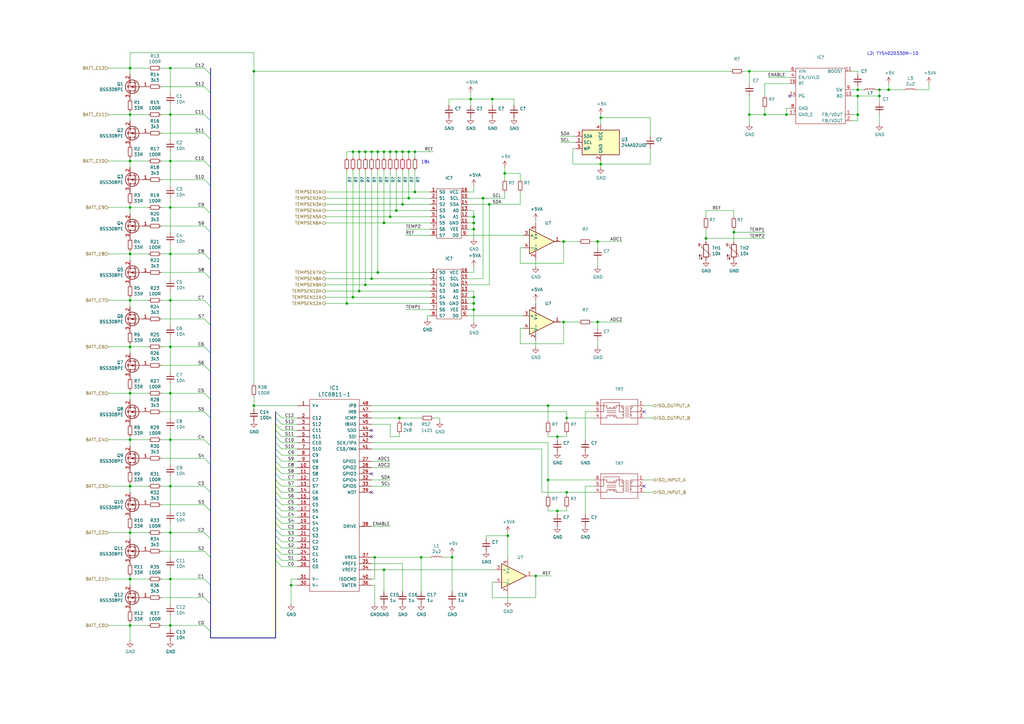
<source format=kicad_sch>
(kicad_sch (version 20211123) (generator eeschema)
  (paper "A3")
  (title_block (title "BMS Slave SPR21e") (date "2020-10-01") (rev "D") (company "Scuderia Mensa HS RheinMain racing e.V."))
  (junction (at 228.6 209.55))
  (junction (at 194.31 124.46))
  (junction (at 194.31 93.98))
  (junction (at 157.48 91.44))
  (junction (at 351.79 39.37))
  (junction (at 53.34 123.19))
  (junction (at 351.79 46.99))
  (junction (at 157.48 233.68))
  (junction (at 167.64 62.23))
  (junction (at 154.94 62.23))
  (junction (at 360.68 36.83))
  (junction (at 157.48 62.23))
  (junction (at 144.78 121.92))
  (junction (at 153.67 228.6))
  (junction (at 104.14 166.37))
  (junction (at 53.34 66.04))
  (junction (at 208.28 219.71))
  (junction (at 53.34 161.29))
  (junction (at 360.68 39.37))
  (junction (at 198.12 81.28))
  (junction (at 163.83 171.45))
  (junction (at 289.56 97.79))
  (junction (at 69.85 27.94))
  (junction (at 231.14 132.08))
  (junction (at 69.85 123.19))
  (junction (at 69.85 256.54))
  (junction (at 193.04 40.64))
  (junction (at 160.02 62.23))
  (junction (at 172.72 228.6))
  (junction (at 201.93 40.64))
  (junction (at 194.31 121.92))
  (junction (at 232.41 171.45))
  (junction (at 152.4 114.3))
  (junction (at 119.38 240.03))
  (junction (at 219.71 236.22))
  (junction (at 165.1 62.23))
  (junction (at 167.64 81.28))
  (junction (at 165.1 83.82))
  (junction (at 53.34 46.99))
  (junction (at 149.86 62.23))
  (junction (at 53.34 85.09))
  (junction (at 245.11 132.08))
  (junction (at 149.86 116.84))
  (junction (at 160.02 88.9))
  (junction (at 154.94 111.76))
  (junction (at 53.34 142.24))
  (junction (at 364.49 36.83))
  (junction (at 162.56 62.23))
  (junction (at 69.85 66.04))
  (junction (at 207.01 71.12))
  (junction (at 53.34 218.44))
  (junction (at 69.85 104.14))
  (junction (at 194.31 127))
  (junction (at 232.41 201.93))
  (junction (at 142.24 124.46))
  (junction (at 69.85 199.39))
  (junction (at 69.85 142.24))
  (junction (at 53.34 199.39))
  (junction (at 69.85 161.29))
  (junction (at 104.14 29.21))
  (junction (at 53.34 237.49))
  (junction (at 231.14 99.06))
  (junction (at 152.4 62.23))
  (junction (at 53.34 180.34))
  (junction (at 228.6 179.07))
  (junction (at 53.34 27.94))
  (junction (at 307.34 46.99))
  (junction (at 53.34 256.54))
  (junction (at 147.32 62.23))
  (junction (at 144.78 62.23))
  (junction (at 69.85 46.99))
  (junction (at 322.58 46.99))
  (junction (at 245.11 99.06))
  (junction (at 170.18 78.74))
  (junction (at 307.34 29.21))
  (junction (at 246.38 67.31))
  (junction (at 194.31 91.44))
  (junction (at 69.85 85.09))
  (junction (at 53.34 104.14))
  (junction (at 300.99 95.25))
  (junction (at 69.85 218.44))
  (junction (at 162.56 86.36))
  (junction (at 313.69 46.99))
  (junction (at 69.85 180.34))
  (junction (at 194.31 88.9))
  (junction (at 170.18 62.23))
  (junction (at 147.32 119.38))
  (junction (at 224.79 196.85))
  (junction (at 69.85 237.49))
  (junction (at 224.79 166.37))
  (junction (at 246.38 48.26))
  (junction (at 351.79 36.83))
  (junction (at 200.66 83.82))
  (junction (at 185.42 228.6))
  (no_connect (at 152.4 194.31))
  (no_connect (at 264.16 168.91))
  (no_connect (at 323.85 39.37))
  (no_connect (at 264.16 199.39))
  (no_connect (at 152.4 179.07))
  (no_connect (at 152.4 176.53))
  (no_connect (at 152.4 201.93))
  (bus_entry (at 83.82 54.61) (size 2.54 2.54))
  (bus_entry (at 113.03 171.45) (size 2.54 2.54))
  (bus_entry (at 113.03 184.15) (size 2.54 2.54))
  (bus_entry (at 83.82 123.19) (size 2.54 2.54))
  (bus_entry (at 113.03 181.61) (size 2.54 2.54))
  (bus_entry (at 113.03 217.17) (size 2.54 2.54))
  (bus_entry (at 113.03 201.93) (size 2.54 2.54))
  (bus_entry (at 83.82 161.29) (size 2.54 2.54))
  (bus_entry (at 83.82 180.34) (size 2.54 2.54))
  (bus_entry (at 83.82 85.09) (size 2.54 2.54))
  (bus_entry (at 113.03 179.07) (size 2.54 2.54))
  (bus_entry (at 83.82 199.39) (size 2.54 2.54))
  (bus_entry (at 83.82 73.66) (size 2.54 2.54))
  (bus_entry (at 83.82 218.44) (size 2.54 2.54))
  (bus_entry (at 83.82 35.56) (size 2.54 2.54))
  (bus_entry (at 83.82 149.86) (size 2.54 2.54))
  (bus_entry (at 113.03 199.39) (size 2.54 2.54))
  (bus_entry (at 113.03 191.77) (size 2.54 2.54))
  (bus_entry (at 83.82 104.14) (size 2.54 2.54))
  (bus_entry (at 83.82 92.71) (size 2.54 2.54))
  (bus_entry (at 113.03 196.85) (size 2.54 2.54))
  (bus_entry (at 113.03 207.01) (size 2.54 2.54))
  (bus_entry (at 83.82 111.76) (size 2.54 2.54))
  (bus_entry (at 83.82 46.99) (size 2.54 2.54))
  (bus_entry (at 83.82 226.06) (size 2.54 2.54))
  (bus_entry (at 113.03 173.99) (size 2.54 2.54))
  (bus_entry (at 113.03 189.23) (size 2.54 2.54))
  (bus_entry (at 113.03 222.25) (size 2.54 2.54))
  (bus_entry (at 113.03 168.91) (size 2.54 2.54))
  (bus_entry (at 113.03 204.47) (size 2.54 2.54))
  (bus_entry (at 113.03 209.55) (size 2.54 2.54))
  (bus_entry (at 113.03 186.69) (size 2.54 2.54))
  (bus_entry (at 83.82 245.11) (size 2.54 2.54))
  (bus_entry (at 113.03 229.87) (size 2.54 2.54))
  (bus_entry (at 83.82 66.04) (size 2.54 2.54))
  (bus_entry (at 113.03 227.33) (size 2.54 2.54))
  (bus_entry (at 83.82 168.91) (size 2.54 2.54))
  (bus_entry (at 113.03 214.63) (size 2.54 2.54))
  (bus_entry (at 83.82 130.81) (size 2.54 2.54))
  (bus_entry (at 113.03 212.09) (size 2.54 2.54))
  (bus_entry (at 83.82 27.94) (size 2.54 2.54))
  (bus_entry (at 83.82 237.49) (size 2.54 2.54))
  (bus_entry (at 113.03 194.31) (size 2.54 2.54))
  (bus_entry (at 83.82 256.54) (size 2.54 2.54))
  (bus_entry (at 83.82 187.96) (size 2.54 2.54))
  (bus_entry (at 113.03 176.53) (size 2.54 2.54))
  (bus_entry (at 83.82 207.01) (size 2.54 2.54))
  (bus_entry (at 83.82 142.24) (size 2.54 2.54))
  (bus_entry (at 113.03 219.71) (size 2.54 2.54))
  (bus_entry (at 113.03 224.79) (size 2.54 2.54))
  (wire (pts (xy 115.57 224.79) (xy 121.92 224.79)))
  (wire (pts (xy 184.15 40.64) (xy 193.04 40.64)))
  (bus (pts (xy 86.36 76.2) (xy 86.36 87.63)))
  (wire (pts (xy 255.27 99.06) (xy 245.11 99.06)))
  (wire (pts (xy 66.04 142.24) (xy 69.85 142.24)))
  (wire (pts (xy 194.31 109.22) (xy 194.31 111.76)))
  (wire (pts (xy 214.63 134.62) (xy 213.36 134.62)))
  (bus (pts (xy 113.03 227.33) (xy 113.03 229.87)))
  (wire (pts (xy 349.25 29.21) (xy 351.79 29.21)))
  (wire (pts (xy 133.35 116.84) (xy 149.86 116.84)))
  (wire (pts (xy 119.38 237.49) (xy 119.38 240.03)))
  (wire (pts (xy 232.41 209.55) (xy 232.41 208.28)))
  (wire (pts (xy 69.85 199.39) (xy 69.85 195.58)))
  (wire (pts (xy 69.85 171.45) (xy 69.85 161.29)))
  (wire (pts (xy 69.85 104.14) (xy 83.82 104.14)))
  (wire (pts (xy 53.34 256.54) (xy 53.34 262.89)))
  (wire (pts (xy 69.85 66.04) (xy 69.85 62.23)))
  (wire (pts (xy 170.18 78.74) (xy 133.35 78.74)))
  (wire (pts (xy 152.4 191.77) (xy 160.02 191.77)))
  (wire (pts (xy 163.83 171.45) (xy 163.83 172.72)))
  (bus (pts (xy 86.36 106.68) (xy 86.36 114.3)))
  (wire (pts (xy 232.41 203.2) (xy 232.41 201.93)))
  (wire (pts (xy 53.34 104.14) (xy 53.34 102.87)))
  (wire (pts (xy 213.36 107.95) (xy 231.14 107.95)))
  (wire (pts (xy 115.57 173.99) (xy 121.92 173.99)))
  (wire (pts (xy 53.34 218.44) (xy 44.45 218.44)))
  (wire (pts (xy 115.57 209.55) (xy 121.92 209.55)))
  (wire (pts (xy 66.04 111.76) (xy 83.82 111.76)))
  (wire (pts (xy 289.56 86.36) (xy 300.99 86.36)))
  (wire (pts (xy 66.04 104.14) (xy 69.85 104.14)))
  (wire (pts (xy 147.32 69.85) (xy 147.32 119.38)))
  (wire (pts (xy 213.36 73.66) (xy 213.36 71.12)))
  (wire (pts (xy 194.31 127) (xy 194.31 124.46)))
  (wire (pts (xy 191.77 96.52) (xy 214.63 96.52)))
  (wire (pts (xy 154.94 62.23) (xy 157.48 62.23)))
  (wire (pts (xy 176.53 119.38) (xy 147.32 119.38)))
  (wire (pts (xy 133.35 86.36) (xy 162.56 86.36)))
  (wire (pts (xy 224.79 166.37) (xy 243.84 166.37)))
  (wire (pts (xy 53.34 142.24) (xy 44.45 142.24)))
  (wire (pts (xy 53.34 218.44) (xy 53.34 217.17)))
  (wire (pts (xy 152.4 215.9) (xy 160.02 215.9)))
  (wire (pts (xy 153.67 228.6) (xy 152.4 228.6)))
  (wire (pts (xy 152.4 62.23) (xy 152.4 64.77)))
  (bus (pts (xy 86.36 133.35) (xy 86.36 144.78)))
  (wire (pts (xy 69.85 180.34) (xy 83.82 180.34)))
  (wire (pts (xy 53.34 46.99) (xy 53.34 49.53)))
  (wire (pts (xy 207.01 68.58) (xy 207.01 71.12)))
  (wire (pts (xy 69.85 114.3) (xy 69.85 104.14)))
  (wire (pts (xy 119.38 240.03) (xy 119.38 247.65)))
  (wire (pts (xy 208.28 219.71) (xy 208.28 228.6)))
  (wire (pts (xy 231.14 99.06) (xy 229.87 99.06)))
  (wire (pts (xy 121.92 240.03) (xy 119.38 240.03)))
  (wire (pts (xy 289.56 88.9) (xy 289.56 86.36)))
  (wire (pts (xy 213.36 71.12) (xy 207.01 71.12)))
  (wire (pts (xy 152.4 181.61) (xy 224.79 181.61)))
  (wire (pts (xy 207.01 78.74) (xy 207.01 81.28)))
  (wire (pts (xy 177.8 62.23) (xy 170.18 62.23)))
  (wire (pts (xy 360.68 39.37) (xy 351.79 39.37)))
  (wire (pts (xy 194.31 93.98) (xy 194.31 91.44)))
  (wire (pts (xy 69.85 190.5) (xy 69.85 180.34)))
  (wire (pts (xy 307.34 39.37) (xy 307.34 46.99)))
  (wire (pts (xy 351.79 49.53) (xy 351.79 46.99)))
  (wire (pts (xy 191.77 127) (xy 194.31 127)))
  (wire (pts (xy 191.77 81.28) (xy 198.12 81.28)))
  (bus (pts (xy 86.36 68.58) (xy 86.36 76.2)))
  (wire (pts (xy 228.6 210.82) (xy 228.6 209.55)))
  (wire (pts (xy 149.86 116.84) (xy 176.53 116.84)))
  (wire (pts (xy 153.67 237.49) (xy 153.67 228.6)))
  (wire (pts (xy 213.36 140.97) (xy 231.14 140.97)))
  (wire (pts (xy 349.25 36.83) (xy 351.79 36.83)))
  (wire (pts (xy 176.53 124.46) (xy 142.24 124.46)))
  (wire (pts (xy 60.96 199.39) (xy 53.34 199.39)))
  (wire (pts (xy 228.6 180.34) (xy 228.6 179.07)))
  (wire (pts (xy 144.78 62.23) (xy 147.32 62.23)))
  (wire (pts (xy 152.4 114.3) (xy 133.35 114.3)))
  (wire (pts (xy 53.34 237.49) (xy 53.34 236.22)))
  (wire (pts (xy 69.85 256.54) (xy 69.85 252.73)))
  (wire (pts (xy 198.12 81.28) (xy 207.01 81.28)))
  (wire (pts (xy 115.57 199.39) (xy 121.92 199.39)))
  (wire (pts (xy 53.34 256.54) (xy 53.34 255.27)))
  (bus (pts (xy 113.03 204.47) (xy 113.03 207.01)))
  (wire (pts (xy 66.04 92.71) (xy 83.82 92.71)))
  (wire (pts (xy 300.99 93.98) (xy 300.99 95.25)))
  (wire (pts (xy 323.85 44.45) (xy 322.58 44.45)))
  (wire (pts (xy 157.48 233.68) (xy 157.48 242.57)))
  (wire (pts (xy 60.96 237.49) (xy 53.34 237.49)))
  (wire (pts (xy 193.04 43.18) (xy 193.04 40.64)))
  (wire (pts (xy 152.4 237.49) (xy 153.67 237.49)))
  (wire (pts (xy 53.34 123.19) (xy 53.34 125.73)))
  (wire (pts (xy 69.85 228.6) (xy 69.85 218.44)))
  (wire (pts (xy 53.34 142.24) (xy 53.34 144.78)))
  (wire (pts (xy 176.53 114.3) (xy 152.4 114.3)))
  (wire (pts (xy 165.1 231.14) (xy 165.1 242.57)))
  (wire (pts (xy 69.85 152.4) (xy 69.85 142.24)))
  (wire (pts (xy 154.94 64.77) (xy 154.94 62.23)))
  (wire (pts (xy 152.4 166.37) (xy 224.79 166.37)))
  (wire (pts (xy 219.71 90.17) (xy 219.71 91.44)))
  (wire (pts (xy 185.42 228.6) (xy 185.42 242.57)))
  (bus (pts (xy 113.03 219.71) (xy 113.03 222.25)))
  (wire (pts (xy 60.96 104.14) (xy 53.34 104.14)))
  (wire (pts (xy 121.92 191.77) (xy 115.57 191.77)))
  (wire (pts (xy 66.04 199.39) (xy 69.85 199.39)))
  (wire (pts (xy 53.34 21.59) (xy 53.34 27.94)))
  (wire (pts (xy 66.04 46.99) (xy 69.85 46.99)))
  (wire (pts (xy 53.34 46.99) (xy 44.45 46.99)))
  (wire (pts (xy 160.02 189.23) (xy 152.4 189.23)))
  (wire (pts (xy 69.85 237.49) (xy 83.82 237.49)))
  (bus (pts (xy 86.36 261.62) (xy 113.03 261.62)))
  (wire (pts (xy 381 34.29) (xy 381 36.83)))
  (wire (pts (xy 219.71 236.22) (xy 226.06 236.22)))
  (wire (pts (xy 53.34 199.39) (xy 53.34 198.12)))
  (wire (pts (xy 245.11 132.08) (xy 245.11 134.62)))
  (wire (pts (xy 224.79 172.72) (xy 224.79 166.37)))
  (wire (pts (xy 53.34 180.34) (xy 44.45 180.34)))
  (wire (pts (xy 213.36 134.62) (xy 213.36 140.97)))
  (wire (pts (xy 162.56 62.23) (xy 162.56 64.77)))
  (wire (pts (xy 104.14 166.37) (xy 104.14 162.56)))
  (wire (pts (xy 203.2 238.76) (xy 201.93 238.76)))
  (wire (pts (xy 200.66 83.82) (xy 213.36 83.82)))
  (wire (pts (xy 194.31 124.46) (xy 194.31 121.92)))
  (wire (pts (xy 289.56 93.98) (xy 289.56 97.79)))
  (bus (pts (xy 86.36 259.08) (xy 86.36 261.62)))
  (wire (pts (xy 201.93 245.11) (xy 219.71 245.11)))
  (bus (pts (xy 113.03 186.69) (xy 113.03 189.23)))
  (wire (pts (xy 53.34 199.39) (xy 44.45 199.39)))
  (wire (pts (xy 167.64 62.23) (xy 170.18 62.23)))
  (bus (pts (xy 86.36 247.65) (xy 86.36 259.08)))
  (wire (pts (xy 121.92 201.93) (xy 115.57 201.93)))
  (wire (pts (xy 69.85 27.94) (xy 83.82 27.94)))
  (wire (pts (xy 166.37 96.52) (xy 176.53 96.52)))
  (wire (pts (xy 193.04 40.64) (xy 201.93 40.64)))
  (wire (pts (xy 162.56 86.36) (xy 176.53 86.36)))
  (bus (pts (xy 113.03 196.85) (xy 113.03 199.39)))
  (wire (pts (xy 149.86 69.85) (xy 149.86 116.84)))
  (wire (pts (xy 175.26 129.54) (xy 175.26 130.81)))
  (wire (pts (xy 167.64 69.85) (xy 167.64 81.28)))
  (wire (pts (xy 231.14 132.08) (xy 229.87 132.08)))
  (wire (pts (xy 115.57 189.23) (xy 121.92 189.23)))
  (wire (pts (xy 104.14 21.59) (xy 104.14 29.21)))
  (wire (pts (xy 69.85 256.54) (xy 83.82 256.54)))
  (wire (pts (xy 172.72 228.6) (xy 176.53 228.6)))
  (wire (pts (xy 53.34 104.14) (xy 44.45 104.14)))
  (wire (pts (xy 194.31 88.9) (xy 191.77 88.9)))
  (wire (pts (xy 157.48 62.23) (xy 160.02 62.23)))
  (wire (pts (xy 53.34 218.44) (xy 53.34 220.98)))
  (wire (pts (xy 181.61 228.6) (xy 185.42 228.6)))
  (wire (pts (xy 170.18 69.85) (xy 170.18 78.74)))
  (bus (pts (xy 86.36 201.93) (xy 86.36 209.55)))
  (wire (pts (xy 180.34 172.72) (xy 180.34 171.45)))
  (wire (pts (xy 176.53 129.54) (xy 175.26 129.54)))
  (wire (pts (xy 349.25 46.99) (xy 351.79 46.99)))
  (wire (pts (xy 224.79 208.28) (xy 224.79 209.55)))
  (wire (pts (xy 53.34 66.04) (xy 53.34 68.58)))
  (wire (pts (xy 53.34 237.49) (xy 53.34 240.03)))
  (wire (pts (xy 66.04 187.96) (xy 83.82 187.96)))
  (wire (pts (xy 121.92 237.49) (xy 119.38 237.49)))
  (wire (pts (xy 104.14 166.37) (xy 104.14 167.64)))
  (wire (pts (xy 243.84 201.93) (xy 232.41 201.93)))
  (wire (pts (xy 133.35 81.28) (xy 167.64 81.28)))
  (bus (pts (xy 86.36 49.53) (xy 86.36 57.15)))
  (wire (pts (xy 133.35 111.76) (xy 154.94 111.76)))
  (wire (pts (xy 219.71 245.11) (xy 219.71 236.22)))
  (bus (pts (xy 113.03 201.93) (xy 113.03 204.47)))
  (wire (pts (xy 210.82 43.18) (xy 210.82 40.64)))
  (wire (pts (xy 194.31 91.44) (xy 194.31 88.9)))
  (wire (pts (xy 66.04 130.81) (xy 83.82 130.81)))
  (wire (pts (xy 307.34 29.21) (xy 323.85 29.21)))
  (wire (pts (xy 176.53 91.44) (xy 157.48 91.44)))
  (wire (pts (xy 224.79 203.2) (xy 224.79 196.85)))
  (wire (pts (xy 66.04 245.11) (xy 83.82 245.11)))
  (wire (pts (xy 359.41 36.83) (xy 360.68 36.83)))
  (wire (pts (xy 172.72 228.6) (xy 153.67 228.6)))
  (bus (pts (xy 113.03 214.63) (xy 113.03 217.17)))
  (wire (pts (xy 154.94 111.76) (xy 176.53 111.76)))
  (wire (pts (xy 191.77 93.98) (xy 194.31 93.98)))
  (wire (pts (xy 162.56 69.85) (xy 162.56 86.36)))
  (wire (pts (xy 121.92 171.45) (xy 115.57 171.45)))
  (wire (pts (xy 219.71 123.19) (xy 219.71 124.46)))
  (wire (pts (xy 60.96 218.44) (xy 53.34 218.44)))
  (wire (pts (xy 69.85 123.19) (xy 69.85 119.38)))
  (wire (pts (xy 314.96 31.75) (xy 323.85 31.75)))
  (wire (pts (xy 157.48 91.44) (xy 133.35 91.44)))
  (wire (pts (xy 180.34 171.45) (xy 177.8 171.45)))
  (wire (pts (xy 53.34 180.34) (xy 53.34 179.07)))
  (wire (pts (xy 219.71 236.22) (xy 218.44 236.22)))
  (wire (pts (xy 69.85 123.19) (xy 83.82 123.19)))
  (wire (pts (xy 66.04 226.06) (xy 83.82 226.06)))
  (wire (pts (xy 246.38 67.31) (xy 246.38 66.04)))
  (wire (pts (xy 246.38 67.31) (xy 234.95 67.31)))
  (bus (pts (xy 113.03 199.39) (xy 113.03 201.93)))
  (wire (pts (xy 191.77 129.54) (xy 214.63 129.54)))
  (wire (pts (xy 53.34 161.29) (xy 53.34 163.83)))
  (bus (pts (xy 86.36 144.78) (xy 86.36 152.4)))
  (wire (pts (xy 69.85 180.34) (xy 69.85 176.53)))
  (bus (pts (xy 113.03 181.61) (xy 113.03 184.15)))
  (wire (pts (xy 224.79 179.07) (xy 228.6 179.07)))
  (wire (pts (xy 160.02 173.99) (xy 160.02 179.07)))
  (wire (pts (xy 289.56 97.79) (xy 313.69 97.79)))
  (bus (pts (xy 113.03 224.79) (xy 113.03 227.33)))
  (wire (pts (xy 69.85 46.99) (xy 69.85 43.18)))
  (wire (pts (xy 149.86 64.77) (xy 149.86 62.23)))
  (wire (pts (xy 115.57 214.63) (xy 121.92 214.63)))
  (bus (pts (xy 113.03 176.53) (xy 113.03 179.07)))
  (wire (pts (xy 60.96 180.34) (xy 53.34 180.34)))
  (wire (pts (xy 147.32 64.77) (xy 147.32 62.23)))
  (wire (pts (xy 222.25 184.15) (xy 222.25 201.93)))
  (wire (pts (xy 144.78 121.92) (xy 176.53 121.92)))
  (wire (pts (xy 69.85 161.29) (xy 69.85 157.48)))
  (wire (pts (xy 313.69 46.99) (xy 322.58 46.99)))
  (bus (pts (xy 86.36 87.63) (xy 86.36 95.25)))
  (wire (pts (xy 246.38 67.31) (xy 266.7 67.31)))
  (wire (pts (xy 60.96 85.09) (xy 53.34 85.09)))
  (wire (pts (xy 60.96 161.29) (xy 53.34 161.29)))
  (wire (pts (xy 66.04 256.54) (xy 69.85 256.54)))
  (wire (pts (xy 53.34 161.29) (xy 44.45 161.29)))
  (bus (pts (xy 86.36 152.4) (xy 86.36 163.83)))
  (wire (pts (xy 323.85 34.29) (xy 313.69 34.29)))
  (wire (pts (xy 234.95 60.96) (xy 236.22 60.96)))
  (wire (pts (xy 364.49 36.83) (xy 370.84 36.83)))
  (wire (pts (xy 60.96 66.04) (xy 53.34 66.04)))
  (wire (pts (xy 160.02 62.23) (xy 162.56 62.23)))
  (wire (pts (xy 53.34 27.94) (xy 44.45 27.94)))
  (wire (pts (xy 167.64 81.28) (xy 176.53 81.28)))
  (wire (pts (xy 167.64 62.23) (xy 167.64 64.77)))
  (wire (pts (xy 201.93 43.18) (xy 201.93 40.64)))
  (wire (pts (xy 245.11 99.06) (xy 245.11 101.6)))
  (wire (pts (xy 176.53 83.82) (xy 165.1 83.82)))
  (wire (pts (xy 313.69 34.29) (xy 313.69 39.37)))
  (wire (pts (xy 66.04 35.56) (xy 83.82 35.56)))
  (bus (pts (xy 86.36 182.88) (xy 86.36 190.5)))
  (wire (pts (xy 165.1 69.85) (xy 165.1 83.82)))
  (bus (pts (xy 86.36 114.3) (xy 86.36 125.73)))
  (wire (pts (xy 234.95 67.31) (xy 234.95 60.96)))
  (bus (pts (xy 113.03 191.77) (xy 113.03 194.31)))
  (wire (pts (xy 152.4 62.23) (xy 154.94 62.23)))
  (wire (pts (xy 360.68 41.91) (xy 360.68 39.37)))
  (wire (pts (xy 194.31 76.2) (xy 194.31 78.74)))
  (wire (pts (xy 66.04 66.04) (xy 69.85 66.04)))
  (wire (pts (xy 60.96 256.54) (xy 53.34 256.54)))
  (wire (pts (xy 53.34 85.09) (xy 53.34 87.63)))
  (wire (pts (xy 222.25 201.93) (xy 232.41 201.93)))
  (wire (pts (xy 170.18 64.77) (xy 170.18 62.23)))
  (wire (pts (xy 121.92 166.37) (xy 104.14 166.37)))
  (wire (pts (xy 224.79 196.85) (xy 243.84 196.85)))
  (bus (pts (xy 113.03 171.45) (xy 113.03 173.99)))
  (wire (pts (xy 207.01 73.66) (xy 207.01 71.12)))
  (wire (pts (xy 313.69 46.99) (xy 313.69 44.45)))
  (wire (pts (xy 224.79 209.55) (xy 228.6 209.55)))
  (wire (pts (xy 176.53 93.98) (xy 166.37 93.98)))
  (wire (pts (xy 245.11 139.7) (xy 245.11 142.24)))
  (bus (pts (xy 86.36 171.45) (xy 86.36 182.88)))
  (bus (pts (xy 86.36 240.03) (xy 86.36 247.65)))
  (wire (pts (xy 66.04 27.94) (xy 69.85 27.94)))
  (wire (pts (xy 152.4 69.85) (xy 152.4 114.3)))
  (wire (pts (xy 115.57 219.71) (xy 121.92 219.71)))
  (wire (pts (xy 152.4 171.45) (xy 163.83 171.45)))
  (bus (pts (xy 86.36 209.55) (xy 86.36 220.98)))
  (wire (pts (xy 307.34 50.8) (xy 307.34 46.99)))
  (wire (pts (xy 69.85 161.29) (xy 83.82 161.29)))
  (wire (pts (xy 194.31 132.08) (xy 194.31 127)))
  (wire (pts (xy 191.77 78.74) (xy 194.31 78.74)))
  (wire (pts (xy 351.79 39.37) (xy 349.25 39.37)))
  (wire (pts (xy 160.02 69.85) (xy 160.02 88.9)))
  (wire (pts (xy 176.53 88.9) (xy 160.02 88.9)))
  (wire (pts (xy 152.4 233.68) (xy 157.48 233.68)))
  (wire (pts (xy 115.57 194.31) (xy 121.92 194.31)))
  (bus (pts (xy 86.36 125.73) (xy 86.36 133.35)))
  (wire (pts (xy 53.34 66.04) (xy 53.34 64.77)))
  (bus (pts (xy 113.03 184.15) (xy 113.03 186.69)))
  (wire (pts (xy 201.93 238.76) (xy 201.93 245.11)))
  (wire (pts (xy 364.49 34.29) (xy 364.49 36.83)))
  (wire (pts (xy 185.42 228.6) (xy 185.42 227.33)))
  (bus (pts (xy 86.36 220.98) (xy 86.36 228.6)))
  (wire (pts (xy 194.31 88.9) (xy 194.31 86.36)))
  (wire (pts (xy 194.31 121.92) (xy 191.77 121.92)))
  (bus (pts (xy 113.03 222.25) (xy 113.03 224.79)))
  (wire (pts (xy 231.14 107.95) (xy 231.14 99.06)))
  (wire (pts (xy 121.92 217.17) (xy 115.57 217.17)))
  (wire (pts (xy 157.48 62.23) (xy 157.48 64.77)))
  (wire (pts (xy 142.24 69.85) (xy 142.24 124.46)))
  (wire (pts (xy 232.41 168.91) (xy 232.41 171.45)))
  (wire (pts (xy 121.92 227.33) (xy 115.57 227.33)))
  (wire (pts (xy 53.34 123.19) (xy 44.45 123.19)))
  (wire (pts (xy 242.57 132.08) (xy 245.11 132.08)))
  (wire (pts (xy 152.4 231.14) (xy 165.1 231.14)))
  (wire (pts (xy 165.1 64.77) (xy 165.1 62.23)))
  (bus (pts (xy 113.03 209.55) (xy 113.03 212.09)))
  (wire (pts (xy 115.57 184.15) (xy 121.92 184.15)))
  (wire (pts (xy 266.7 67.31) (xy 266.7 60.96)))
  (wire (pts (xy 60.96 142.24) (xy 53.34 142.24)))
  (wire (pts (xy 231.14 132.08) (xy 237.49 132.08)))
  (bus (pts (xy 113.03 194.31) (xy 113.03 196.85)))
  (wire (pts (xy 121.92 186.69) (xy 115.57 186.69)))
  (wire (pts (xy 69.85 66.04) (xy 83.82 66.04)))
  (wire (pts (xy 53.34 161.29) (xy 53.34 160.02)))
  (wire (pts (xy 160.02 179.07) (xy 163.83 179.07)))
  (bus (pts (xy 86.36 163.83) (xy 86.36 171.45)))
  (wire (pts (xy 66.04 207.01) (xy 83.82 207.01)))
  (wire (pts (xy 66.04 161.29) (xy 69.85 161.29)))
  (wire (pts (xy 194.31 91.44) (xy 191.77 91.44)))
  (wire (pts (xy 354.33 36.83) (xy 351.79 36.83)))
  (wire (pts (xy 44.45 256.54) (xy 53.34 256.54)))
  (wire (pts (xy 163.83 179.07) (xy 163.83 177.8)))
  (wire (pts (xy 242.57 99.06) (xy 245.11 99.06)))
  (wire (pts (xy 246.38 48.26) (xy 246.38 50.8)))
  (wire (pts (xy 53.34 180.34) (xy 53.34 182.88)))
  (wire (pts (xy 69.85 133.35) (xy 69.85 123.19)))
  (wire (pts (xy 351.79 36.83) (xy 351.79 35.56)))
  (wire (pts (xy 165.1 62.23) (xy 167.64 62.23)))
  (wire (pts (xy 360.68 36.83) (xy 360.68 39.37)))
  (wire (pts (xy 351.79 46.99) (xy 351.79 39.37)))
  (wire (pts (xy 69.85 27.94) (xy 69.85 38.1)))
  (bus (pts (xy 113.03 217.17) (xy 113.03 219.71)))
  (wire (pts (xy 236.22 55.88) (xy 229.87 55.88)))
  (wire (pts (xy 243.84 168.91) (xy 240.03 168.91)))
  (bus (pts (xy 113.03 207.01) (xy 113.03 209.55)))
  (wire (pts (xy 194.31 124.46) (xy 191.77 124.46)))
  (wire (pts (xy 66.04 73.66) (xy 83.82 73.66)))
  (wire (pts (xy 69.85 199.39) (xy 83.82 199.39)))
  (wire (pts (xy 191.77 83.82) (xy 200.66 83.82)))
  (wire (pts (xy 307.34 34.29) (xy 307.34 29.21)))
  (wire (pts (xy 176.53 78.74) (xy 170.18 78.74)))
  (wire (pts (xy 243.84 171.45) (xy 232.41 171.45)))
  (wire (pts (xy 240.03 168.91) (xy 240.03 180.34)))
  (bus (pts (xy 113.03 229.87) (xy 113.03 261.62)))
  (wire (pts (xy 322.58 46.99) (xy 323.85 46.99)))
  (wire (pts (xy 69.85 218.44) (xy 83.82 218.44)))
  (wire (pts (xy 53.34 27.94) (xy 60.96 27.94)))
  (wire (pts (xy 142.24 64.77) (xy 142.24 62.23)))
  (wire (pts (xy 191.77 111.76) (xy 194.31 111.76)))
  (wire (pts (xy 228.6 209.55) (xy 232.41 209.55)))
  (wire (pts (xy 121.92 212.09) (xy 115.57 212.09)))
  (wire (pts (xy 53.34 66.04) (xy 44.45 66.04)))
  (wire (pts (xy 304.8 29.21) (xy 307.34 29.21)))
  (wire (pts (xy 66.04 237.49) (xy 69.85 237.49)))
  (wire (pts (xy 69.85 57.15) (xy 69.85 46.99)))
  (wire (pts (xy 66.04 168.91) (xy 83.82 168.91)))
  (wire (pts (xy 191.77 114.3) (xy 198.12 114.3)))
  (wire (pts (xy 224.79 177.8) (xy 224.79 179.07)))
  (wire (pts (xy 194.31 97.79) (xy 194.31 93.98)))
  (wire (pts (xy 375.92 36.83) (xy 381 36.83)))
  (wire (pts (xy 53.34 85.09) (xy 53.34 83.82)))
  (wire (pts (xy 246.38 48.26) (xy 266.7 48.26)))
  (wire (pts (xy 289.56 97.79) (xy 289.56 99.06)))
  (wire (pts (xy 147.32 62.23) (xy 149.86 62.23)))
  (wire (pts (xy 243.84 199.39) (xy 240.03 199.39)))
  (wire (pts (xy 267.97 171.45) (xy 264.16 171.45)))
  (wire (pts (xy 351.79 29.21) (xy 351.79 30.48)))
  (wire (pts (xy 69.85 247.65) (xy 69.85 237.49)))
  (wire (pts (xy 208.28 243.84) (xy 208.28 246.38)))
  (wire (pts (xy 53.34 104.14) (xy 53.34 106.68)))
  (wire (pts (xy 147.32 119.38) (xy 133.35 119.38)))
  (wire (pts (xy 153.67 240.03) (xy 153.67 247.65)))
  (wire (pts (xy 152.4 196.85) (xy 160.02 196.85)))
  (bus (pts (xy 86.36 38.1) (xy 86.36 49.53)))
  (wire (pts (xy 66.04 54.61) (xy 83.82 54.61)))
  (wire (pts (xy 232.41 179.07) (xy 232.41 177.8)))
  (bus (pts (xy 113.03 189.23) (xy 113.03 191.77)))
  (wire (pts (xy 69.85 142.24) (xy 83.82 142.24)))
  (wire (pts (xy 152.4 168.91) (xy 232.41 168.91)))
  (wire (pts (xy 184.15 43.18) (xy 184.15 40.64)))
  (bus (pts (xy 86.36 27.94) (xy 86.36 30.48)))
  (wire (pts (xy 152.4 173.99) (xy 160.02 173.99)))
  (wire (pts (xy 191.77 116.84) (xy 200.66 116.84)))
  (wire (pts (xy 157.48 69.85) (xy 157.48 91.44)))
  (wire (pts (xy 133.35 121.92) (xy 144.78 121.92)))
  (wire (pts (xy 231.14 140.97) (xy 231.14 132.08)))
  (wire (pts (xy 163.83 171.45) (xy 172.72 171.45)))
  (wire (pts (xy 360.68 46.99) (xy 360.68 50.8)))
  (bus (pts (xy 86.36 190.5) (xy 86.36 201.93)))
  (wire (pts (xy 121.92 176.53) (xy 115.57 176.53)))
  (wire (pts (xy 142.24 124.46) (xy 133.35 124.46)))
  (wire (pts (xy 69.85 104.14) (xy 69.85 100.33)))
  (wire (pts (xy 104.14 29.21) (xy 299.72 29.21)))
  (bus (pts (xy 86.36 228.6) (xy 86.36 240.03)))
  (wire (pts (xy 165.1 83.82) (xy 133.35 83.82)))
  (wire (pts (xy 149.86 62.23) (xy 152.4 62.23)))
  (wire (pts (xy 199.39 219.71) (xy 199.39 220.98)))
  (wire (pts (xy 121.92 232.41) (xy 115.57 232.41)))
  (wire (pts (xy 160.02 88.9) (xy 133.35 88.9)))
  (wire (pts (xy 219.71 106.68) (xy 219.71 109.22)))
  (wire (pts (xy 322.58 44.45) (xy 322.58 46.99)))
  (wire (pts (xy 266.7 48.26) (xy 266.7 55.88)))
  (wire (pts (xy 214.63 101.6) (xy 213.36 101.6)))
  (wire (pts (xy 115.57 204.47) (xy 121.92 204.47)))
  (wire (pts (xy 121.92 222.25) (xy 115.57 222.25)))
  (wire (pts (xy 69.85 46.99) (xy 83.82 46.99)))
  (wire (pts (xy 104.14 29.21) (xy 104.14 157.48)))
  (wire (pts (xy 172.72 242.57) (xy 172.72 228.6)))
  (wire (pts (xy 231.14 99.06) (xy 237.49 99.06)))
  (wire (pts (xy 255.27 132.08) (xy 245.11 132.08)))
  (bus (pts (xy 113.03 168.91) (xy 113.03 171.45)))
  (wire (pts (xy 200.66 116.84) (xy 200.66 83.82)))
  (wire (pts (xy 364.49 36.83) (xy 360.68 36.83)))
  (wire (pts (xy 69.85 85.09) (xy 83.82 85.09)))
  (bus (pts (xy 113.03 212.09) (xy 113.03 214.63)))
  (wire (pts (xy 193.04 38.1) (xy 193.04 40.64)))
  (wire (pts (xy 300.99 95.25) (xy 313.69 95.25)))
  (wire (pts (xy 307.34 46.99) (xy 313.69 46.99)))
  (wire (pts (xy 104.14 21.59) (xy 53.34 21.59)))
  (wire (pts (xy 115.57 229.87) (xy 121.92 229.87)))
  (wire (pts (xy 224.79 181.61) (xy 224.79 196.85)))
  (wire (pts (xy 121.92 181.61) (xy 115.57 181.61)))
  (wire (pts (xy 267.97 166.37) (xy 264.16 166.37)))
  (wire (pts (xy 53.34 142.24) (xy 53.34 140.97)))
  (wire (pts (xy 53.34 30.48) (xy 53.34 27.94)))
  (wire (pts (xy 267.97 201.93) (xy 264.16 201.93)))
  (wire (pts (xy 66.04 85.09) (xy 69.85 85.09)))
  (bus (pts (xy 113.03 179.07) (xy 113.03 181.61)))
  (wire (pts (xy 60.96 123.19) (xy 53.34 123.19)))
  (wire (pts (xy 53.34 85.09) (xy 44.45 85.09)))
  (wire (pts (xy 66.04 123.19) (xy 69.85 123.19)))
  (wire (pts (xy 201.93 40.64) (xy 210.82 40.64)))
  (wire (pts (xy 219.71 139.7) (xy 219.71 142.24)))
  (wire (pts (xy 199.39 219.71) (xy 208.28 219.71)))
  (wire (pts (xy 44.45 237.49) (xy 53.34 237.49)))
  (wire (pts (xy 154.94 69.85) (xy 154.94 111.76)))
  (wire (pts (xy 213.36 101.6) (xy 213.36 107.95)))
  (wire (pts (xy 300.99 86.36) (xy 300.99 88.9)))
  (wire (pts (xy 246.38 46.99) (xy 246.38 48.26)))
  (wire (pts (xy 208.28 218.44) (xy 208.28 219.71)))
  (wire (pts (xy 60.96 46.99) (xy 53.34 46.99)))
  (wire (pts (xy 240.03 199.39) (xy 240.03 210.82)))
  (wire (pts (xy 53.34 46.99) (xy 53.34 45.72)))
  (wire (pts (xy 198.12 114.3) (xy 198.12 81.28)))
  (wire (pts (xy 121.92 207.01) (xy 115.57 207.01)))
  (wire (pts (xy 246.38 68.58) (xy 246.38 67.31)))
  (bus (pts (xy 86.36 57.15) (xy 86.36 68.58)))
  (wire (pts (xy 162.56 62.23) (xy 165.1 62.23)))
  (wire (pts (xy 69.85 237.49) (xy 69.85 233.68)))
  (wire (pts (xy 152.4 184.15) (xy 222.25 184.15)))
  (wire (pts (xy 228.6 179.07) (xy 232.41 179.07)))
  (wire (pts (xy 157.48 233.68) (xy 203.2 233.68)))
  (wire (pts (xy 232.41 172.72) (xy 232.41 171.45)))
  (wire (pts (xy 66.04 218.44) (xy 69.85 218.44)))
  (wire (pts (xy 53.34 123.19) (xy 53.34 121.92)))
  (wire (pts (xy 69.85 85.09) (xy 69.85 81.28)))
  (wire (pts (xy 69.85 76.2) (xy 69.85 66.04)))
  (wire (pts (xy 236.22 58.42) (xy 229.87 58.42)))
  (wire (pts (xy 349.25 49.53) (xy 351.79 49.53)))
  (wire (pts (xy 267.97 196.85) (xy 264.16 196.85)))
  (bus (pts (xy 86.36 30.48) (xy 86.36 38.1)))
  (wire (pts (xy 152.4 240.03) (xy 153.67 240.03)))
  (wire (pts (xy 191.77 86.36) (xy 194.31 86.36)))
  (wire (pts (xy 213.36 83.82) (xy 213.36 78.74)))
  (wire (pts (xy 144.78 64.77) (xy 144.78 62.23)))
  (bus (pts (xy 113.03 173.99) (xy 113.03 176.53)))
  (wire (pts (xy 191.77 119.38) (xy 194.31 119.38)))
  (wire (pts (xy 66.04 149.86) (xy 83.82 149.86)))
  (wire (pts (xy 300.99 95.25) (xy 300.99 99.06)))
  (wire (pts (xy 115.57 179.07) (xy 121.92 179.07)))
  (wire (pts (xy 160.02 64.77) (xy 160.02 62.23)))
  (wire (pts (xy 121.92 196.85) (xy 115.57 196.85)))
  (bus (pts (xy 86.36 95.25) (xy 86.36 106.68)))
  (wire (pts (xy 194.31 119.38) (xy 194.31 121.92)))
  (wire (pts (xy 144.78 69.85) (xy 144.78 121.92)))
  (wire (pts (xy 160.02 199.39) (xy 152.4 199.39)))
  (wire (pts (xy 69.85 209.55) (xy 69.85 199.39)))
  (wire (pts (xy 69.85 142.24) (xy 69.85 138.43)))
  (wire (pts (xy 69.85 218.44) (xy 69.85 214.63)))
  (wire (pts (xy 176.53 127) (xy 166.37 127)))
  (wire (pts (xy 66.04 180.34) (xy 69.85 180.34)))
  (wire (pts (xy 142.24 62.23) (xy 144.78 62.23)))
  (wire (pts (xy 69.85 95.25) (xy 69.85 85.09)))
  (wire (pts (xy 53.34 199.39) (xy 53.34 201.93)))
  (wire (pts (xy 69.85 257.81) (xy 69.85 256.54)))
  (wire (pts (xy 245.11 106.68) (xy 245.11 109.22)))
  (text "L2: TYS4020330M-10" (at 355.6 22.86 0) (effects (font (size 1.27 1.27)) (justify left bottom)))
  (text "18k" (at 172.72 67.31 0) (effects (font (size 1.27 1.27)) (justify left bottom)))
  (label "S10" (at 83.82 73.66 180))
  (label "C12" (at 83.82 27.94 180))
  (label "C2" (at 83.82 218.44 180))
  (label "C10" (at 83.82 66.04 180))
  (label "S6" (at 120.65 204.47 180))
  (label "S1" (at 83.82 245.11 180))
  (label "SDA" (at 229.87 55.88 0))
  (label "S12" (at 120.65 173.99 180))
  (label "C8" (at 120.65 191.77 180))
  (label "REF" (at 166.37 96.52 0))
  (label "C1" (at 120.65 227.33 180))
  (label "TEMP2" (at 313.69 97.79 180))
  (label "S7" (at 83.82 130.81 180))
  (label "SCL" (at 229.87 58.42 0))
  (label "SDA" (at 160.02 196.85 180))
  (label "S7" (at 120.65 199.39 180))
  (label "ADC1" (at 255.27 99.06 180))
  (label "TEMP1" (at 166.37 127 0))
  (label "C3" (at 120.65 217.17 180))
  (label "ENABLE" (at 314.96 31.75 0))
  (label "C8" (at 83.82 104.14 180))
  (label "C4" (at 120.65 212.09 180))
  (label "S9" (at 120.65 189.23 180))
  (label "S6" (at 83.82 149.86 180))
  (label "C9" (at 120.65 186.69 180))
  (label "S8" (at 83.82 111.76 180))
  (label "S11" (at 83.82 54.61 180))
  (label "C9" (at 83.82 85.09 180))
  (label "C4" (at 83.82 180.34 180))
  (label "ADC1" (at 160.02 189.23 180))
  (label "C11" (at 120.65 176.53 180))
  (label "C0" (at 83.82 256.54 180))
  (label "S9" (at 83.82 92.71 180))
  (label "C3" (at 83.82 199.39 180))
  (label "S5" (at 83.82 168.91 180))
  (label "S8" (at 120.65 194.31 180))
  (label "SCL" (at 160.02 199.39 180))
  (label "C11" (at 83.82 46.99 180))
  (label "S1" (at 120.65 229.87 180))
  (label "SDA" (at 201.93 83.82 0))
  (label "C12" (at 120.65 171.45 180))
  (label "S2" (at 83.82 226.06 180))
  (label "ENABLE" (at 160.02 215.9 180))
  (label "C7" (at 120.65 196.85 180))
  (label "C6" (at 83.82 142.24 180))
  (label "S2" (at 120.65 224.79 180))
  (label "REF" (at 177.8 62.23 180))
  (label "S10" (at 120.65 184.15 180))
  (label "C1" (at 83.82 237.49 180))
  (label "S11" (at 120.65 179.07 180))
  (label "S4" (at 83.82 187.96 180))
  (label "C5" (at 83.82 161.29 180))
  (label "ADC2" (at 160.02 191.77 180))
  (label "C6" (at 120.65 201.93 180))
  (label "C0" (at 120.65 232.41 180))
  (label "TEMP1" (at 313.69 95.25 180))
  (label "REF" (at 226.06 236.22 180))
  (label "C5" (at 120.65 207.01 180))
  (label "S3" (at 83.82 207.01 180))
  (label "C10" (at 120.65 181.61 180))
  (label "C7" (at 83.82 123.19 180))
  (label "SCL" (at 201.93 81.28 0))
  (label "S3" (at 120.65 219.71 180))
  (label "REF" (at 292.1 86.36 0))
  (label "S12" (at 83.82 35.56 180))
  (label "S4" (at 120.65 214.63 180))
  (label "S5" (at 120.65 209.55 180))
  (label "C2" (at 120.65 222.25 180))
  (label "TEMP2" (at 166.37 93.98 0))
  (label "ADC2" (at 255.27 132.08 180))
  (hierarchical_label "BATT_C5" (shape input) (at 44.45 161.29 180))
  (hierarchical_label "TEMPSEN8A" (shape output) (at 133.35 114.3 180))
  (hierarchical_label "ISO_INPUT_A" (shape bidirectional) (at 267.97 196.85 0))
  (hierarchical_label "BATT_C9" (shape input) (at 44.45 85.09 180))
  (hierarchical_label "BATT_C10" (shape input) (at 44.45 66.04 180))
  (hierarchical_label "TEMPSEN6A" (shape output) (at 133.35 91.44 180))
  (hierarchical_label "BATT_C0" (shape input) (at 44.45 256.54 180))
  (hierarchical_label "BATT_C6" (shape input) (at 44.45 142.24 180))
  (hierarchical_label "BATT_C12" (shape input) (at 44.45 27.94 180))
  (hierarchical_label "TEMPSEN9A" (shape output) (at 133.35 116.84 180))
  (hierarchical_label "TEMPSEN4A" (shape output) (at 133.35 86.36 180))
  (hierarchical_label "TEMPSEN10A" (shape output) (at 133.35 119.38 180))
  (hierarchical_label "BATT_C3" (shape input) (at 44.45 199.39 180))
  (hierarchical_label "TEMPSEN11A" (shape output) (at 133.35 121.92 180))
  (hierarchical_label "BATT_C8" (shape input) (at 44.45 104.14 180))
  (hierarchical_label "TEMPSEN2A" (shape output) (at 133.35 81.28 180))
  (hierarchical_label "BATT_C2" (shape input) (at 44.45 218.44 180))
  (hierarchical_label "ISO_OUTPUT_A" (shape bidirectional) (at 267.97 166.37 0))
  (hierarchical_label "TEMPSEN5A" (shape output) (at 133.35 88.9 180))
  (hierarchical_label "TEMPSEN3A" (shape output) (at 133.35 83.82 180))
  (hierarchical_label "ISO_OUTPUT_B" (shape bidirectional) (at 267.97 171.45 0))
  (hierarchical_label "BATT_C1" (shape input) (at 44.45 237.49 180))
  (hierarchical_label "TEMPSEN12A" (shape output) (at 133.35 124.46 180))
  (hierarchical_label "BATT_C4" (shape input) (at 44.45 180.34 180))
  (hierarchical_label "TEMPSEN7A" (shape output) (at 133.35 111.76 180))
  (hierarchical_label "BATT_C11" (shape input) (at 44.45 46.99 180))
  (hierarchical_label "TEMPSEN1A" (shape output) (at 133.35 78.74 180))
  (hierarchical_label "ISO_INPUT_B" (shape bidirectional) (at 267.97 201.93 0))
  (hierarchical_label "BATT_C7" (shape input) (at 44.45 123.19 180))
  (symbol (lib_id "Analog:LTC6804-1") (at 137.16 201.93 0) (unit 1)
    (property "Reference" "IC1" (at 137.16 159.0802 0) (effects (font (size 1.524 1.524))))
    (property "Value" "LTC6811-1" (at 137.16 161.7726 0) (effects (font (size 1.524 1.524))))
    (property "Footprint" "Analog:LTC6804_SSOP" (effects hide))
  )
  (symbol (lib_id "Transistor_FET:BSS83P") (at 55.88 245.11 180) (unit 1)
    (property "Reference" "Q12" (at 50.673 243.9416 0) (effects (justify left)))
    (property "Value" "BSS308PE" (at 50.673 246.253 0) (effects (justify left)))
    (property "Footprint" "Package_TO_SOT_SMD:SOT-23" (effects hide))
    (property "Datasheet" "http://www.farnell.com/datasheets/1835997.pdf" (effects hide))
  )
  (symbol (lib_id "Device:R_Small") (at 53.34 252.73 0) (unit 1)
    (property "Reference" "R12" (at 54.8386 251.5616 0) (effects (justify left)))
    (property "Value" "33R" (at 54.8386 253.873 0) (effects (justify left)))
    (property "Footprint" "Resistor_SMD:R_2512_6332Metric" (effects hide))
  )
  (symbol (lib_id "Device:R_Small") (at 63.5 256.54 270) (unit 1)
    (property "Reference" "R37" (at 63.5 251.5616 90))
    (property "Value" "100R" (at 63.5 253.873 90))
    (property "Footprint" "Resistor_SMD:R_0603_1608Metric" (effects hide))
  )
  (symbol (lib_id "Device:R_Small") (at 63.5 245.11 270) (unit 1)
    (property "Reference" "R36" (at 63.5 240.1316 90))
    (property "Value" "3k3" (at 63.5 242.443 90))
    (property "Footprint" "Resistor_SMD:R_0603_1608Metric" (effects hide))
  )
  (symbol (lib_id "Device:C_Small") (at 69.85 260.35 0) (unit 1)
    (property "Reference" "C13" (at 72.1868 259.1816 0) (effects (justify left)))
    (property "Value" "10n" (at 72.1868 261.493 0) (effects (justify left)))
    (property "Footprint" "Capacitor_SMD:C_0603_1608Metric" (effects hide))
  )
  (symbol (lib_id "Transistor_FET:BSS83P") (at 55.88 226.06 180) (unit 1)
    (property "Reference" "Q11" (at 50.673 224.8916 0) (effects (justify left)))
    (property "Value" "BSS308PE" (at 50.673 227.203 0) (effects (justify left)))
    (property "Footprint" "Package_TO_SOT_SMD:SOT-23" (effects hide))
    (property "Datasheet" "http://www.farnell.com/datasheets/1835997.pdf" (effects hide))
  )
  (symbol (lib_id "Device:R_Small") (at 53.34 233.68 0) (unit 1)
    (property "Reference" "R11" (at 54.8386 232.5116 0) (effects (justify left)))
    (property "Value" "33R" (at 54.8386 234.823 0) (effects (justify left)))
    (property "Footprint" "Resistor_SMD:R_2512_6332Metric" (effects hide))
  )
  (symbol (lib_id "Device:R_Small") (at 63.5 226.06 270) (unit 1)
    (property "Reference" "R34" (at 63.5 221.0816 90))
    (property "Value" "3k3" (at 63.5 223.393 90))
    (property "Footprint" "Resistor_SMD:R_0603_1608Metric" (effects hide))
  )
  (symbol (lib_id "Device:R_Small") (at 63.5 237.49 270) (unit 1)
    (property "Reference" "R35" (at 63.5 232.5116 90))
    (property "Value" "100R" (at 63.5 234.823 90))
    (property "Footprint" "Resistor_SMD:R_0603_1608Metric" (effects hide))
  )
  (symbol (lib_id "Device:C_Small") (at 69.85 250.19 0) (unit 1)
    (property "Reference" "C12" (at 72.1868 249.0216 0) (effects (justify left)))
    (property "Value" "10n" (at 72.1868 251.333 0) (effects (justify left)))
    (property "Footprint" "Capacitor_SMD:C_0603_1608Metric" (effects hide))
  )
  (symbol (lib_id "Device:C_Small") (at 69.85 231.14 0) (unit 1)
    (property "Reference" "C11" (at 72.1868 229.9716 0) (effects (justify left)))
    (property "Value" "10n" (at 72.1868 232.283 0) (effects (justify left)))
    (property "Footprint" "Capacitor_SMD:C_0603_1608Metric" (effects hide))
  )
  (symbol (lib_id "Transistor_FET:BSS83P") (at 55.88 207.01 180) (unit 1)
    (property "Reference" "Q10" (at 50.673 205.8416 0) (effects (justify left)))
    (property "Value" "BSS308PE" (at 50.673 208.153 0) (effects (justify left)))
    (property "Footprint" "Package_TO_SOT_SMD:SOT-23" (effects hide))
    (property "Datasheet" "http://www.farnell.com/datasheets/1835997.pdf" (effects hide))
  )
  (symbol (lib_id "Device:R_Small") (at 53.34 214.63 0) (unit 1)
    (property "Reference" "R10" (at 54.8386 213.4616 0) (effects (justify left)))
    (property "Value" "33R" (at 54.8386 215.773 0) (effects (justify left)))
    (property "Footprint" "Resistor_SMD:R_2512_6332Metric" (effects hide))
  )
  (symbol (lib_id "Device:R_Small") (at 63.5 207.01 270) (unit 1)
    (property "Reference" "R32" (at 63.5 202.0316 90))
    (property "Value" "3k3" (at 63.5 204.343 90))
    (property "Footprint" "Resistor_SMD:R_0603_1608Metric" (effects hide))
  )
  (symbol (lib_id "Device:R_Small") (at 63.5 218.44 270) (unit 1)
    (property "Reference" "R33" (at 63.5 213.4616 90))
    (property "Value" "100R" (at 63.5 215.773 90))
    (property "Footprint" "Resistor_SMD:R_0603_1608Metric" (effects hide))
  )
  (symbol (lib_id "Device:C_Small") (at 69.85 212.09 0) (unit 1)
    (property "Reference" "C10" (at 72.1868 210.9216 0) (effects (justify left)))
    (property "Value" "10n" (at 72.1868 213.233 0) (effects (justify left)))
    (property "Footprint" "Capacitor_SMD:C_0603_1608Metric" (effects hide))
  )
  (symbol (lib_id "Transistor_FET:BSS83P") (at 55.88 187.96 180) (unit 1)
    (property "Reference" "Q9" (at 50.673 186.7916 0) (effects (justify left)))
    (property "Value" "BSS308PE" (at 50.673 189.103 0) (effects (justify left)))
    (property "Footprint" "Package_TO_SOT_SMD:SOT-23" (effects hide))
    (property "Datasheet" "http://www.farnell.com/datasheets/1835997.pdf" (effects hide))
  )
  (symbol (lib_id "Device:R_Small") (at 53.34 195.58 0) (unit 1)
    (property "Reference" "R9" (at 54.8386 194.4116 0) (effects (justify left)))
    (property "Value" "33R" (at 54.8386 196.723 0) (effects (justify left)))
    (property "Footprint" "Resistor_SMD:R_2512_6332Metric" (effects hide))
  )
  (symbol (lib_id "Device:R_Small") (at 63.5 187.96 270) (unit 1)
    (property "Reference" "R30" (at 63.5 182.9816 90))
    (property "Value" "3k3" (at 63.5 185.293 90))
    (property "Footprint" "Resistor_SMD:R_0603_1608Metric" (effects hide))
  )
  (symbol (lib_id "Device:R_Small") (at 63.5 199.39 270) (unit 1)
    (property "Reference" "R31" (at 63.5 194.4116 90))
    (property "Value" "100R" (at 63.5 196.723 90))
    (property "Footprint" "Resistor_SMD:R_0603_1608Metric" (effects hide))
  )
  (symbol (lib_id "Device:C_Small") (at 69.85 193.04 0) (unit 1)
    (property "Reference" "C9" (at 72.1868 191.8716 0) (effects (justify left)))
    (property "Value" "10n" (at 72.1868 194.183 0) (effects (justify left)))
    (property "Footprint" "Capacitor_SMD:C_0603_1608Metric" (effects hide))
  )
  (symbol (lib_id "Transistor_FET:BSS83P") (at 55.88 168.91 180) (unit 1)
    (property "Reference" "Q8" (at 50.673 167.7416 0) (effects (justify left)))
    (property "Value" "BSS308PE" (at 50.673 170.053 0) (effects (justify left)))
    (property "Footprint" "Package_TO_SOT_SMD:SOT-23" (effects hide))
    (property "Datasheet" "http://www.farnell.com/datasheets/1835997.pdf" (effects hide))
  )
  (symbol (lib_id "Device:R_Small") (at 53.34 176.53 0) (unit 1)
    (property "Reference" "R8" (at 54.8386 175.3616 0) (effects (justify left)))
    (property "Value" "33R" (at 54.8386 177.673 0) (effects (justify left)))
    (property "Footprint" "Resistor_SMD:R_2512_6332Metric" (effects hide))
  )
  (symbol (lib_id "Device:R_Small") (at 63.5 168.91 270) (unit 1)
    (property "Reference" "R28" (at 63.5 163.9316 90))
    (property "Value" "3k3" (at 63.5 166.243 90))
    (property "Footprint" "Resistor_SMD:R_0603_1608Metric" (effects hide))
  )
  (symbol (lib_id "Device:R_Small") (at 63.5 180.34 270) (unit 1)
    (property "Reference" "R29" (at 63.5 175.3616 90))
    (property "Value" "100R" (at 63.5 177.673 90))
    (property "Footprint" "Resistor_SMD:R_0603_1608Metric" (effects hide))
  )
  (symbol (lib_id "Device:C_Small") (at 69.85 173.99 0) (unit 1)
    (property "Reference" "C8" (at 72.1868 172.8216 0) (effects (justify left)))
    (property "Value" "10n" (at 72.1868 175.133 0) (effects (justify left)))
    (property "Footprint" "Capacitor_SMD:C_0603_1608Metric" (effects hide))
  )
  (symbol (lib_id "Transistor_FET:BSS83P") (at 55.88 149.86 180) (unit 1)
    (property "Reference" "Q7" (at 50.673 148.6916 0) (effects (justify left)))
    (property "Value" "BSS308PE" (at 50.673 151.003 0) (effects (justify left)))
    (property "Footprint" "Package_TO_SOT_SMD:SOT-23" (effects hide))
    (property "Datasheet" "http://www.farnell.com/datasheets/1835997.pdf" (effects hide))
  )
  (symbol (lib_id "Device:R_Small") (at 53.34 157.48 0) (unit 1)
    (property "Reference" "R7" (at 54.8386 156.3116 0) (effects (justify left)))
    (property "Value" "33R" (at 54.8386 158.623 0) (effects (justify left)))
    (property "Footprint" "Resistor_SMD:R_2512_6332Metric" (effects hide))
  )
  (symbol (lib_id "Device:R_Small") (at 63.5 149.86 270) (unit 1)
    (property "Reference" "R26" (at 63.5 144.8816 90))
    (property "Value" "3k3" (at 63.5 147.193 90))
    (property "Footprint" "Resistor_SMD:R_0603_1608Metric" (effects hide))
  )
  (symbol (lib_id "Device:R_Small") (at 63.5 161.29 270) (unit 1)
    (property "Reference" "R27" (at 63.5 156.3116 90))
    (property "Value" "100R" (at 63.5 158.623 90))
    (property "Footprint" "Resistor_SMD:R_0603_1608Metric" (effects hide))
  )
  (symbol (lib_id "Device:C_Small") (at 69.85 154.94 0) (unit 1)
    (property "Reference" "C7" (at 72.1868 153.7716 0) (effects (justify left)))
    (property "Value" "10n" (at 72.1868 156.083 0) (effects (justify left)))
    (property "Footprint" "Capacitor_SMD:C_0603_1608Metric" (effects hide))
  )
  (symbol (lib_id "Transistor_FET:BSS83P") (at 55.88 130.81 180) (unit 1)
    (property "Reference" "Q6" (at 50.673 129.6416 0) (effects (justify left)))
    (property "Value" "BSS308PE" (at 50.673 131.953 0) (effects (justify left)))
    (property "Footprint" "Package_TO_SOT_SMD:SOT-23" (effects hide))
    (property "Datasheet" "http://www.farnell.com/datasheets/1835997.pdf" (effects hide))
  )
  (symbol (lib_id "Device:R_Small") (at 53.34 138.43 0) (unit 1)
    (property "Reference" "R6" (at 54.8386 137.2616 0) (effects (justify left)))
    (property "Value" "33R" (at 54.8386 139.573 0) (effects (justify left)))
    (property "Footprint" "Resistor_SMD:R_2512_6332Metric" (effects hide))
  )
  (symbol (lib_id "Device:R_Small") (at 63.5 130.81 270) (unit 1)
    (property "Reference" "R24" (at 63.5 125.8316 90))
    (property "Value" "3k3" (at 63.5 128.143 90))
    (property "Footprint" "Resistor_SMD:R_0603_1608Metric" (effects hide))
  )
  (symbol (lib_id "Device:R_Small") (at 63.5 142.24 270) (unit 1)
    (property "Reference" "R25" (at 63.5 137.2616 90))
    (property "Value" "100R" (at 63.5 139.573 90))
    (property "Footprint" "Resistor_SMD:R_0603_1608Metric" (effects hide))
  )
  (symbol (lib_id "Device:C_Small") (at 69.85 135.89 0) (unit 1)
    (property "Reference" "C6" (at 72.1868 134.7216 0) (effects (justify left)))
    (property "Value" "10n" (at 72.1868 137.033 0) (effects (justify left)))
    (property "Footprint" "Capacitor_SMD:C_0603_1608Metric" (effects hide))
  )
  (symbol (lib_id "Transistor_FET:BSS83P") (at 55.88 111.76 180) (unit 1)
    (property "Reference" "Q5" (at 50.673 110.5916 0) (effects (justify left)))
    (property "Value" "BSS308PE" (at 50.673 112.903 0) (effects (justify left)))
    (property "Footprint" "Package_TO_SOT_SMD:SOT-23" (effects hide))
    (property "Datasheet" "http://www.farnell.com/datasheets/1835997.pdf" (effects hide))
  )
  (symbol (lib_id "Device:R_Small") (at 53.34 119.38 0) (unit 1)
    (property "Reference" "R5" (at 54.8386 118.2116 0) (effects (justify left)))
    (property "Value" "33R" (at 54.8386 120.523 0) (effects (justify left)))
    (property "Footprint" "Resistor_SMD:R_2512_6332Metric" (effects hide))
  )
  (symbol (lib_id "Device:R_Small") (at 63.5 111.76 270) (unit 1)
    (property "Reference" "R22" (at 63.5 106.7816 90))
    (property "Value" "3k3" (at 63.5 109.093 90))
    (property "Footprint" "Resistor_SMD:R_0603_1608Metric" (effects hide))
  )
  (symbol (lib_id "Device:R_Small") (at 63.5 123.19 270) (unit 1)
    (property "Reference" "R23" (at 63.5 118.2116 90))
    (property "Value" "100R" (at 63.5 120.523 90))
    (property "Footprint" "Resistor_SMD:R_0603_1608Metric" (effects hide))
  )
  (symbol (lib_id "Device:C_Small") (at 69.85 116.84 0) (unit 1)
    (property "Reference" "C5" (at 72.1868 115.6716 0) (effects (justify left)))
    (property "Value" "10n" (at 72.1868 117.983 0) (effects (justify left)))
    (property "Footprint" "Capacitor_SMD:C_0603_1608Metric" (effects hide))
  )
  (symbol (lib_id "Transistor_FET:BSS83P") (at 55.88 92.71 180) (unit 1)
    (property "Reference" "Q4" (at 50.673 91.5416 0) (effects (justify left)))
    (property "Value" "BSS308PE" (at 50.673 93.853 0) (effects (justify left)))
    (property "Footprint" "Package_TO_SOT_SMD:SOT-23" (effects hide))
    (property "Datasheet" "http://www.farnell.com/datasheets/1835997.pdf" (effects hide))
  )
  (symbol (lib_id "Device:R_Small") (at 53.34 100.33 0) (unit 1)
    (property "Reference" "R4" (at 54.8386 99.1616 0) (effects (justify left)))
    (property "Value" "33R" (at 54.8386 101.473 0) (effects (justify left)))
    (property "Footprint" "Resistor_SMD:R_2512_6332Metric" (effects hide))
  )
  (symbol (lib_id "Device:R_Small") (at 63.5 92.71 270) (unit 1)
    (property "Reference" "R20" (at 63.5 87.7316 90))
    (property "Value" "3k3" (at 63.5 90.043 90))
    (property "Footprint" "Resistor_SMD:R_0603_1608Metric" (effects hide))
  )
  (symbol (lib_id "Device:R_Small") (at 63.5 104.14 270) (unit 1)
    (property "Reference" "R21" (at 63.5 99.1616 90))
    (property "Value" "100R" (at 63.5 101.473 90))
    (property "Footprint" "Resistor_SMD:R_0603_1608Metric" (effects hide))
  )
  (symbol (lib_id "Device:C_Small") (at 69.85 97.79 0) (unit 1)
    (property "Reference" "C4" (at 72.1868 96.6216 0) (effects (justify left)))
    (property "Value" "10n" (at 72.1868 98.933 0) (effects (justify left)))
    (property "Footprint" "Capacitor_SMD:C_0603_1608Metric" (effects hide))
  )
  (symbol (lib_id "Transistor_FET:BSS83P") (at 55.88 73.66 180) (unit 1)
    (property "Reference" "Q3" (at 50.673 72.4916 0) (effects (justify left)))
    (property "Value" "BSS308PE" (at 50.673 74.803 0) (effects (justify left)))
    (property "Footprint" "Package_TO_SOT_SMD:SOT-23" (effects hide))
    (property "Datasheet" "http://www.farnell.com/datasheets/1835997.pdf" (effects hide))
  )
  (symbol (lib_id "Device:R_Small") (at 53.34 81.28 0) (unit 1)
    (property "Reference" "R3" (at 54.8386 80.1116 0) (effects (justify left)))
    (property "Value" "33R" (at 54.8386 82.423 0) (effects (justify left)))
    (property "Footprint" "Resistor_SMD:R_2512_6332Metric" (effects hide))
  )
  (symbol (lib_id "Device:R_Small") (at 63.5 73.66 270) (unit 1)
    (property "Reference" "R18" (at 63.5 68.6816 90))
    (property "Value" "3k3" (at 63.5 70.993 90))
    (property "Footprint" "Resistor_SMD:R_0603_1608Metric" (effects hide))
  )
  (symbol (lib_id "Device:R_Small") (at 63.5 85.09 270) (unit 1)
    (property "Reference" "R19" (at 63.5 80.1116 90))
    (property "Value" "100R" (at 63.5 82.423 90))
    (property "Footprint" "Resistor_SMD:R_0603_1608Metric" (effects hide))
  )
  (symbol (lib_id "Device:C_Small") (at 69.85 78.74 0) (unit 1)
    (property "Reference" "C3" (at 72.1868 77.5716 0) (effects (justify left)))
    (property "Value" "10n" (at 72.1868 79.883 0) (effects (justify left)))
    (property "Footprint" "Capacitor_SMD:C_0603_1608Metric" (effects hide))
  )
  (symbol (lib_id "Transistor_FET:BSS83P") (at 55.88 54.61 180) (unit 1)
    (property "Reference" "Q2" (at 50.673 53.4416 0) (effects (justify left)))
    (property "Value" "BSS308PE" (at 50.673 55.753 0) (effects (justify left)))
    (property "Footprint" "Package_TO_SOT_SMD:SOT-23" (effects hide))
    (property "Datasheet" "http://www.farnell.com/datasheets/1835997.pdf" (effects hide))
  )
  (symbol (lib_id "Device:R_Small") (at 53.34 62.23 0) (unit 1)
    (property "Reference" "R2" (at 54.8386 61.0616 0) (effects (justify left)))
    (property "Value" "33R" (at 54.8386 63.373 0) (effects (justify left)))
    (property "Footprint" "Resistor_SMD:R_2512_6332Metric" (effects hide))
  )
  (symbol (lib_id "Device:R_Small") (at 63.5 54.61 270) (unit 1)
    (property "Reference" "R16" (at 63.5 49.6316 90))
    (property "Value" "3k3" (at 63.5 51.943 90))
    (property "Footprint" "Resistor_SMD:R_0603_1608Metric" (effects hide))
  )
  (symbol (lib_id "Device:R_Small") (at 63.5 66.04 270) (unit 1)
    (property "Reference" "R17" (at 63.5 61.0616 90))
    (property "Value" "100R" (at 63.5 63.373 90))
    (property "Footprint" "Resistor_SMD:R_0603_1608Metric" (effects hide))
  )
  (symbol (lib_id "Device:C_Small") (at 69.85 59.69 0) (unit 1)
    (property "Reference" "C2" (at 72.1868 58.5216 0) (effects (justify left)))
    (property "Value" "10n" (at 72.1868 60.833 0) (effects (justify left)))
    (property "Footprint" "Capacitor_SMD:C_0603_1608Metric" (effects hide))
  )
  (symbol (lib_id "Transistor_FET:BSS83P") (at 55.88 35.56 180) (unit 1)
    (property "Reference" "Q1" (at 50.673 34.3916 0) (effects (justify left)))
    (property "Value" "BSS308PE" (at 50.673 36.703 0) (effects (justify left)))
    (property "Footprint" "Package_TO_SOT_SMD:SOT-23" (effects hide))
    (property "Datasheet" "http://www.farnell.com/datasheets/1835997.pdf" (effects hide))
  )
  (symbol (lib_id "Device:R_Small") (at 53.34 43.18 0) (unit 1)
    (property "Reference" "R1" (at 54.8386 42.0116 0) (effects (justify left)))
    (property "Value" "33R" (at 54.8386 44.323 0) (effects (justify left)))
    (property "Footprint" "Resistor_SMD:R_2512_6332Metric" (effects hide))
  )
  (symbol (lib_id "Device:R_Small") (at 63.5 35.56 270) (unit 1)
    (property "Reference" "R14" (at 63.5 30.5816 90))
    (property "Value" "3k3" (at 63.5 32.893 90))
    (property "Footprint" "Resistor_SMD:R_0603_1608Metric" (effects hide))
  )
  (symbol (lib_id "Device:R_Small") (at 63.5 46.99 270) (unit 1)
    (property "Reference" "R15" (at 63.5 42.0116 90))
    (property "Value" "100R" (at 63.5 44.323 90))
    (property "Footprint" "Resistor_SMD:R_0603_1608Metric" (effects hide))
  )
  (symbol (lib_id "Device:C_Small") (at 69.85 40.64 0) (unit 1)
    (property "Reference" "C1" (at 72.1868 39.4716 0) (effects (justify left)))
    (property "Value" "10n" (at 72.1868 41.783 0) (effects (justify left)))
    (property "Footprint" "Capacitor_SMD:C_0603_1608Metric" (effects hide))
  )
  (symbol (lib_id "power:GND") (at 69.85 262.89 0) (unit 1)
    (property "Reference" "#PWR03" (effects hide))
    (property "Value" "GND" (at 69.977 267.2842 0))
  )
  (symbol (lib_id "power:GND") (at 53.34 262.89 0) (unit 1)
    (property "Reference" "#PWR02" (effects hide))
    (property "Value" "GND" (at 53.467 267.2842 0))
  )
  (symbol (lib_id "Device:R_Small") (at 63.5 27.94 270) (unit 1)
    (property "Reference" "R13" (at 63.5 22.9616 90))
    (property "Value" "100R" (at 63.5 25.273 90))
    (property "Footprint" "Resistor_SMD:R_0603_1608Metric" (effects hide))
  )
  (symbol (lib_id "power:GND") (at 119.38 247.65 0) (unit 1)
    (property "Reference" "#PWR05" (effects hide))
    (property "Value" "GND" (at 119.507 252.0442 0))
  )
  (symbol (lib_id "Device:C_Small") (at 157.48 245.11 0) (unit 1)
    (property "Reference" "C15" (at 159.8168 243.9416 0) (effects (justify left)))
    (property "Value" "1u" (at 159.8168 246.253 0) (effects (justify left)))
    (property "Footprint" "Capacitor_SMD:C_0603_1608Metric" (effects hide))
  )
  (symbol (lib_id "Device:C_Small") (at 165.1 245.11 0) (unit 1)
    (property "Reference" "C16" (at 167.4368 243.9416 0) (effects (justify left)))
    (property "Value" "1u" (at 167.4368 246.253 0) (effects (justify left)))
    (property "Footprint" "Capacitor_SMD:C_0603_1608Metric" (effects hide))
  )
  (symbol (lib_id "Device:C_Small") (at 172.72 245.11 0) (unit 1)
    (property "Reference" "C17" (at 175.0568 243.9416 0) (effects (justify left)))
    (property "Value" "1u" (at 175.0568 246.253 0) (effects (justify left)))
    (property "Footprint" "Capacitor_SMD:C_0603_1608Metric" (effects hide))
  )
  (symbol (lib_id "power:GND") (at 157.48 247.65 0) (unit 1)
    (property "Reference" "#PWR07" (effects hide))
    (property "Value" "GND" (at 157.607 252.0442 0))
  )
  (symbol (lib_id "power:GND") (at 165.1 247.65 0) (unit 1)
    (property "Reference" "#PWR08" (effects hide))
    (property "Value" "GND" (at 165.227 252.0442 0))
  )
  (symbol (lib_id "power:GND") (at 172.72 247.65 0) (unit 1)
    (property "Reference" "#PWR09" (effects hide))
    (property "Value" "GND" (at 172.847 252.0442 0))
  )
  (symbol (lib_id "power:GND") (at 153.67 247.65 0) (unit 1)
    (property "Reference" "#PWR06" (effects hide))
    (property "Value" "GND" (at 153.797 252.0442 0))
  )
  (symbol (lib_id "Device:R_Small") (at 104.14 160.02 180) (unit 1)
    (property "Reference" "R38" (at 105.6386 158.8516 0) (effects (justify right)))
    (property "Value" "100R" (at 105.6386 161.163 0) (effects (justify right)))
    (property "Footprint" "Resistor_SMD:R_0603_1608Metric" (effects hide))
  )
  (symbol (lib_id "Device:C_Small") (at 104.14 170.18 0) (unit 1)
    (property "Reference" "C14" (at 106.4768 169.0116 0) (effects (justify left)))
    (property "Value" "100n" (at 106.4768 171.323 0) (effects (justify left)))
    (property "Footprint" "Capacitor_SMD:C_0805_2012Metric" (effects hide))
  )
  (symbol (lib_id "power:GND") (at 104.14 172.72 0) (unit 1)
    (property "Reference" "#PWR04" (effects hide))
    (property "Value" "GND" (at 104.267 177.1142 0))
  )
  (symbol (lib_id "Device:R_Small") (at 163.83 175.26 180) (unit 1)
    (property "Reference" "R48" (at 165.3286 174.0916 0) (effects (justify right)))
    (property "Value" "2k8" (at 165.3286 176.403 0) (effects (justify right)))
    (property "Footprint" "Resistor_SMD:R_0603_1608Metric" (effects hide))
  )
  (symbol (lib_id "Device:R_Small") (at 175.26 171.45 90) (unit 1)
    (property "Reference" "R52" (at 172.72 173.99 90) (effects (justify right)))
    (property "Value" "1k21" (at 172.72 176.53 90) (effects (justify right)))
    (property "Footprint" "Resistor_SMD:R_0603_1608Metric" (effects hide))
  )
  (symbol (lib_id "power:GND") (at 180.34 172.72 0) (unit 1)
    (property "Reference" "#PWR012" (effects hide))
    (property "Value" "GND" (at 180.467 177.1142 0))
  )
  (symbol (lib_id "Amplifier_Operational:OPA356xxDBV") (at 210.82 236.22 0) (unit 1)
    (property "Reference" "U?" (at 212.09 228.6 0) (effects (justify left)))
    (property "Datasheet" "http://www.ti.com/lit/ds/symlink/opa356.pdf" (effects hide))
  )
  (symbol (lib_id "power:GND") (at 208.28 246.38 0) (unit 1)
    (property "Reference" "#PWR?" (effects hide))
  )
  (symbol (lib_id "Power:+5VA") (at 208.28 218.44 0) (unit 1)
    (property "Reference" "#PWR0104" (effects hide))
    (property "Value" "+5VA" (at 208.661 214.0458 0))
  )
  (symbol (lib_id "Device:C_Small") (at 199.39 223.52 0) (unit 1)
    (property "Reference" "C?" (at 201.7268 222.3516 0) (effects (justify left)))
  )
  (symbol (lib_id "power:+5V") (at 364.49 34.29 0) (unit 1)
    (property "Reference" "#PWR039" (effects hide))
    (property "Value" "+5V" (at 364.871 29.8958 0))
  )
  (symbol (lib_id "power:+5V") (at 185.42 227.33 0) (unit 1)
    (property "Reference" "#PWR014" (effects hide))
    (property "Value" "+5V" (at 185.801 222.9358 0))
  )
  (symbol (lib_id "Device:C_Small") (at 185.42 245.11 0) (unit 1)
    (property "Reference" "C19" (at 187.7568 243.9416 0) (effects (justify left)))
    (property "Value" "1u" (at 187.7568 246.253 0) (effects (justify left)))
    (property "Footprint" "Capacitor_SMD:C_0603_1608Metric" (effects hide))
  )
  (symbol (lib_id "power:GND") (at 199.39 226.06 0) (unit 1)
    (property "Reference" "#PWR?" (effects hide))
  )
  (symbol (lib_id "power:GND") (at 185.42 247.65 0) (unit 1)
    (property "Reference" "#PWR015" (effects hide))
    (property "Value" "GND" (at 185.547 252.0442 0))
  )
  (symbol (lib_id "power:+5V") (at 246.38 46.99 0) (unit 1)
    (property "Reference" "#PWR035" (effects hide))
    (property "Value" "+5V" (at 246.761 42.5958 0))
  )
  (symbol (lib_id "power:+5V") (at 207.01 68.58 0) (unit 1)
    (property "Reference" "#PWR023" (effects hide))
    (property "Value" "+5V" (at 207.391 64.1858 0))
  )
  (symbol (lib_id "Memory_EEPROM:24AA02-OT") (at 246.38 58.42 0) (mirror y) (unit 1)
    (property "Reference" "U3" (at 254.762 57.2516 0) (effects (justify right)))
    (property "Value" "24AA02UID" (at 254.762 59.563 0) (effects (justify right)))
    (property "Footprint" "Package_TO_SOT_SMD:SOT-23-5" (effects hide))
    (property "Datasheet" "http://ww1.microchip.com/downloads/en/DeviceDoc/21709J.pdf" (effects hide))
  )
  (symbol (lib_id "Device:C_Small") (at 240.03 182.88 0) (unit 1)
    (property "Reference" "C?" (at 242.3668 181.7116 0) (effects (justify left)))
  )
  (symbol (lib_id "Device:C_Small") (at 240.03 213.36 0) (unit 1)
    (property "Reference" "C?" (at 242.3668 212.1916 0) (effects (justify left)))
  )
  (symbol (lib_id "power:GND") (at 240.03 185.42 0) (unit 1)
    (property "Reference" "#PWR?" (effects hide))
  )
  (symbol (lib_id "power:GND") (at 240.03 215.9 0) (unit 1)
    (property "Reference" "#PWR?" (effects hide))
  )
  (symbol (lib_id "Device:R_Small") (at 232.41 175.26 0) (unit 1)
    (property "Reference" "R?" (at 233.9086 174.0916 0) (effects (justify left)))
  )
  (symbol (lib_id "Device:R_Small") (at 224.79 175.26 0) (unit 1)
    (property "Reference" "R?" (at 226.2886 174.0916 0) (effects (justify left)))
  )
  (symbol (lib_id "Device:C_Small") (at 228.6 182.88 0) (unit 1)
    (property "Reference" "C?" (at 230.9368 181.7116 0) (effects (justify left)))
  )
  (symbol (lib_id "power:GND") (at 228.6 185.42 0) (unit 1)
    (property "Reference" "#PWR?" (effects hide))
  )
  (symbol (lib_id "Device:R_Small") (at 232.41 205.74 0) (unit 1)
    (property "Reference" "R?" (at 233.9086 204.5716 0) (effects (justify left)))
  )
  (symbol (lib_id "Device:R_Small") (at 224.79 205.74 0) (unit 1)
    (property "Reference" "R?" (at 226.2886 204.5716 0) (effects (justify left)))
  )
  (symbol (lib_id "Device:C_Small") (at 228.6 213.36 0) (unit 1)
    (property "Reference" "C?" (at 230.9368 212.1916 0) (effects (justify left)))
  )
  (symbol (lib_id "power:GND") (at 228.6 215.9 0) (unit 1)
    (property "Reference" "#PWR?" (effects hide))
  )
  (symbol (lib_id "Bourns_SM91502AL:SM91502AL") (at 254 162.56 0) (mirror y) (unit 1)
    (property "Reference" "TR?" (at 254 159.639 0))
  )
  (symbol (lib_id "Bourns_SM91502AL:SM91502AL") (at 254 193.04 0) (mirror y) (unit 1)
    (property "Reference" "TR?" (at 254 190.119 0))
  )
  (symbol (lib_id "Device:Thermistor_NTC") (at 289.56 102.87 0) (unit 1)
    (property "Reference" "TH1" (at 292.0238 101.7016 0) (effects (justify left)))
    (property "Value" "10k" (at 292.0238 104.013 0) (effects (justify left)))
    (property "Footprint" "Resistor_SMD:R_0603_1608Metric" (effects hide))
  )
  (symbol (lib_id "Device:Thermistor_NTC") (at 300.99 102.87 0) (unit 1)
    (property "Reference" "TH2" (at 303.4538 101.7016 0) (effects (justify left)))
    (property "Value" "10k" (at 303.4538 104.013 0) (effects (justify left)))
    (property "Footprint" "Resistor_SMD:R_0603_1608Metric" (effects hide))
  )
  (symbol (lib_id "Device:R_Small") (at 289.56 91.44 0) (unit 1)
    (property "Reference" "R?" (at 290.83 90.17 0) (effects (justify left)))
  )
  (symbol (lib_id "Device:R_Small") (at 300.99 91.44 0) (unit 1)
    (property "Reference" "R?" (at 302.26 90.17 0) (effects (justify left)))
  )
  (symbol (lib_id "power:GND") (at 289.56 106.68 0) (unit 1)
    (property "Reference" "#PWR?" (effects hide))
  )
  (symbol (lib_id "power:GND") (at 300.99 106.68 0) (unit 1)
    (property "Reference" "#PWR?" (effects hide))
  )
  (symbol (lib_id "power:GND") (at 246.38 68.58 0) (unit 1)
    (property "Reference" "#PWR036" (effects hide))
    (property "Value" "GND" (at 246.507 72.9742 0))
  )
  (symbol (lib_id "LTC1380:LTC1380GN") (at 184.15 73.66 0) (unit 1)
    (property "Reference" "IC?" (at 184.15 73.025 0))
  )
  (symbol (lib_id "Device:R_Small") (at 170.18 67.31 0) (unit 1)
    (property "Reference" "R?" (at 171.45 74.93 90) (effects (justify left)))
  )
  (symbol (lib_id "Device:R_Small") (at 207.01 76.2 0) (unit 1)
    (property "Reference" "R?" (at 208.5086 75.0316 0) (effects (justify left)))
  )
  (symbol (lib_id "Device:R_Small") (at 213.36 76.2 0) (unit 1)
    (property "Reference" "R?" (at 214.8586 75.0316 0) (effects (justify left)))
  )
  (symbol (lib_id "Amplifier_Operational:OPA356xxDBV") (at 222.25 99.06 0) (unit 1)
    (property "Reference" "U?" (at 223.52 91.44 0) (effects (justify left)))
    (property "Datasheet" "http://www.ti.com/lit/ds/symlink/opa356.pdf" (effects hide))
  )
  (symbol (lib_id "power:GND") (at 219.71 109.22 0) (unit 1)
    (property "Reference" "#PWR?" (effects hide))
  )
  (symbol (lib_id "Device:R_Small") (at 240.03 99.06 270) (unit 1)
    (property "Reference" "R?" (at 240.03 94.0816 90))
  )
  (symbol (lib_id "Device:C_Small") (at 245.11 104.14 0) (unit 1)
    (property "Reference" "C?" (at 247.4468 102.9716 0) (effects (justify left)))
  )
  (symbol (lib_id "power:GND") (at 245.11 109.22 0) (unit 1)
    (property "Reference" "#PWR?" (effects hide))
  )
  (symbol (lib_id "Device:C_Small") (at 193.04 45.72 0) (unit 1)
    (property "Reference" "C?" (at 195.3768 44.5516 0) (effects (justify left)))
  )
  (symbol (lib_id "Device:C_Small") (at 201.93 45.72 0) (unit 1)
    (property "Reference" "C?" (at 204.2668 44.5516 0) (effects (justify left)))
  )
  (symbol (lib_id "Device:C_Small") (at 210.82 45.72 0) (unit 1)
    (property "Reference" "C?" (at 213.1568 44.5516 0) (effects (justify left)))
  )
  (symbol (lib_id "power:GND") (at 193.04 48.26 0) (unit 1)
    (property "Reference" "#PWR?" (effects hide))
  )
  (symbol (lib_id "power:GND") (at 201.93 48.26 0) (unit 1)
    (property "Reference" "#PWR?" (effects hide))
  )
  (symbol (lib_id "power:GND") (at 210.82 48.26 0) (unit 1)
    (property "Reference" "#PWR?" (effects hide))
  )
  (symbol (lib_id "LTC1380:LTC1380GN") (at 184.15 106.68 0) (unit 1)
    (property "Reference" "IC?" (at 184.15 106.045 0))
  )
  (symbol (lib_id "power:GND") (at 194.31 132.08 0) (unit 1)
    (property "Reference" "#PWR?" (effects hide))
  )
  (symbol (lib_id "Device:C_Small") (at 184.15 45.72 0) (unit 1)
    (property "Reference" "C?" (at 186.4868 44.5516 0) (effects (justify left)))
  )
  (symbol (lib_id "power:GND") (at 184.15 48.26 0) (unit 1)
    (property "Reference" "#PWR?" (effects hide))
  )
  (symbol (lib_id "Device:R_Small") (at 167.64 67.31 0) (unit 1)
    (property "Reference" "R?" (at 168.91 74.93 90) (effects (justify left)))
  )
  (symbol (lib_id "Device:R_Small") (at 165.1 67.31 0) (unit 1)
    (property "Reference" "R?" (at 166.37 74.93 90) (effects (justify left)))
  )
  (symbol (lib_id "Device:R_Small") (at 162.56 67.31 0) (unit 1)
    (property "Reference" "R?" (at 163.83 74.93 90) (effects (justify left)))
  )
  (symbol (lib_id "Device:R_Small") (at 160.02 67.31 0) (unit 1)
    (property "Reference" "R?" (at 161.29 74.93 90) (effects (justify left)))
  )
  (symbol (lib_id "Device:R_Small") (at 157.48 67.31 0) (unit 1)
    (property "Reference" "R?" (at 158.75 74.93 90) (effects (justify left)))
  )
  (symbol (lib_id "Device:R_Small") (at 154.94 67.31 0) (unit 1)
    (property "Reference" "R?" (at 156.21 74.93 90) (effects (justify left)))
  )
  (symbol (lib_id "Device:R_Small") (at 152.4 67.31 0) (unit 1)
    (property "Reference" "R?" (at 153.67 74.93 90) (effects (justify left)))
  )
  (symbol (lib_id "Device:R_Small") (at 149.86 67.31 0) (unit 1)
    (property "Reference" "R?" (at 151.13 74.93 90) (effects (justify left)))
  )
  (symbol (lib_id "Device:R_Small") (at 147.32 67.31 0) (unit 1)
    (property "Reference" "R?" (at 148.59 74.93 90) (effects (justify left)))
  )
  (symbol (lib_id "Device:R_Small") (at 144.78 67.31 0) (unit 1)
    (property "Reference" "R?" (at 146.05 74.93 90) (effects (justify left)))
  )
  (symbol (lib_id "Device:R_Small") (at 142.24 67.31 0) (unit 1)
    (property "Reference" "R?" (at 143.51 74.93 90) (effects (justify left)))
  )
  (symbol (lib_id "power:GND") (at 175.26 130.81 0) (unit 1)
    (property "Reference" "#PWR?" (effects hide))
  )
  (symbol (lib_id "Amplifier_Operational:OPA356xxDBV") (at 222.25 132.08 0) (unit 1)
    (property "Reference" "U?" (at 223.52 124.46 0) (effects (justify left)))
    (property "Datasheet" "http://www.ti.com/lit/ds/symlink/opa356.pdf" (effects hide))
  )
  (symbol (lib_id "power:GND") (at 219.71 142.24 0) (unit 1)
    (property "Reference" "#PWR?" (effects hide))
  )
  (symbol (lib_id "Device:R_Small") (at 240.03 132.08 270) (unit 1)
    (property "Reference" "R?" (at 240.03 127.1016 90))
  )
  (symbol (lib_id "Device:C_Small") (at 245.11 137.16 0) (unit 1)
    (property "Reference" "C?" (at 247.4468 135.9916 0) (effects (justify left)))
  )
  (symbol (lib_id "power:GND") (at 245.11 142.24 0) (unit 1)
    (property "Reference" "#PWR?" (effects hide))
  )
  (symbol (lib_id "power:GND") (at 194.31 97.79 0) (unit 1)
    (property "Reference" "#PWR?" (effects hide))
  )
  (symbol (lib_id "Power:+5VA") (at 219.71 90.17 0) (unit 1)
    (property "Reference" "#PWR025" (effects hide))
    (property "Value" "+5VA" (at 220.091 85.7758 0))
  )
  (symbol (lib_id "Power:+5VA") (at 219.71 123.19 0) (unit 1)
    (property "Reference" "#PWR027" (effects hide))
    (property "Value" "+5VA" (at 220.091 118.7958 0))
  )
  (symbol (lib_id "Power:+5VA") (at 194.31 76.2 0) (unit 1)
    (property "Reference" "#PWR018" (effects hide))
    (property "Value" "+5VA" (at 194.691 71.8058 0))
  )
  (symbol (lib_id "Power:+5VA") (at 194.31 109.22 0) (unit 1)
    (property "Reference" "#PWR020" (effects hide))
    (property "Value" "+5VA" (at 194.691 104.8258 0))
  )
  (symbol (lib_id "Power:+5VA") (at 193.04 38.1 0) (unit 1)
    (property "Reference" "#PWR016" (effects hide))
    (property "Value" "+5VA" (at 193.421 33.7058 0))
  )
  (symbol (lib_id "Device:C_Small") (at 266.7 58.42 0) (unit 1)
    (property "Reference" "C?" (at 269.0368 57.2516 0) (effects (justify left)))
  )
  (symbol (lib_id "Device:R_Small") (at 313.69 41.91 180) (unit 1)
    (property "Reference" "R?" (at 315.1886 40.7416 0) (effects (justify right)))
  )
  (symbol (lib_id "Device:L_Small") (at 356.87 36.83 90) (unit 1)
    (property "Reference" "L?" (at 356.87 38.1 90))
  )
  (symbol (lib_id "Device:C_Small") (at 351.79 33.02 180) (unit 1)
    (property "Reference" "C?" (at 353.06 29.21 0) (effects (justify right)))
  )
  (symbol (lib_id "LT3990:LT3990-5MSE") (at 337.82 26.67 0) (unit 1)
    (property "Reference" "IC?" (at 336.55 23.495 0))
  )
  (symbol (lib_id "Device:C_Small") (at 360.68 44.45 180) (unit 1)
    (property "Reference" "C?" (at 361.95 40.64 0) (effects (justify right)))
  )
  (symbol (lib_id "Device:C_Small") (at 307.34 36.83 180) (unit 1)
    (property "Reference" "C?" (at 308.61 33.02 0) (effects (justify right)))
  )
  (symbol (lib_id "Device:R_Small") (at 302.26 29.21 270) (unit 1)
    (property "Reference" "R?" (at 302.26 24.2316 90))
  )
  (symbol (lib_id "power:GND") (at 360.68 50.8 0) (unit 1)
    (property "Reference" "#PWR?" (effects hide))
  )
  (symbol (lib_id "power:GND") (at 307.34 50.8 0) (unit 1)
    (property "Reference" "#PWR?" (effects hide))
  )
  (symbol (lib_id "Device:L_Small") (at 373.38 36.83 90) (unit 1)
    (property "Reference" "L3" (at 373.38 32.131 90))
    (property "Value" "2u2" (at 373.38 34.4424 90))
    (property "Footprint" "Inductor_SMD:L_0603_1608Metric" (effects hide))
  )
  (symbol (lib_id "Device:L_Small") (at 179.07 228.6 90) (unit 1)
    (property "Reference" "L1" (at 179.07 223.901 90))
    (property "Value" "2u2" (at 179.07 226.2124 90))
    (property "Footprint" "Inductor_SMD:L_0603_1608Metric" (effects hide))
  )
  (symbol (lib_id "Power:+5VA") (at 381 34.29 0) (unit 1)
    (property "Reference" "#PWR040" (effects hide))
    (property "Value" "+5VA" (at 381.381 29.8958 0))
  )
)
</source>
